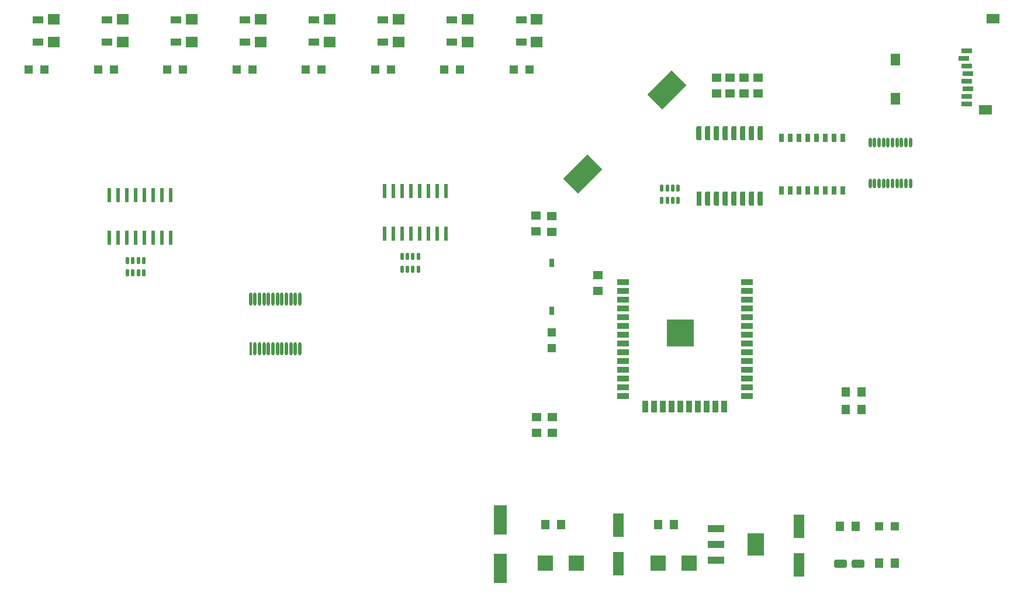
<source format=gtp>
G04 Layer_Color=8421504*
%FSTAX24Y24*%
%MOIN*%
G70*
G01*
G75*
%ADD10R,0.0591X0.0315*%
%ADD11R,0.0748X0.0551*%
%ADD12R,0.0551X0.0709*%
%ADD13R,0.0236X0.0787*%
%ADD14R,0.0550X0.0500*%
%ADD15R,0.0500X0.0500*%
%ADD16R,0.0500X0.0500*%
%ADD17R,0.0630X0.1378*%
%ADD18R,0.0500X0.0550*%
%ADD19R,0.0906X0.0906*%
G04:AMPARAMS|DCode=20|XSize=37.4mil|YSize=19.7mil|CornerRadius=2.5mil|HoleSize=0mil|Usage=FLASHONLY|Rotation=90.000|XOffset=0mil|YOffset=0mil|HoleType=Round|Shape=RoundedRectangle|*
%AMROUNDEDRECTD20*
21,1,0.0374,0.0148,0,0,90.0*
21,1,0.0325,0.0197,0,0,90.0*
1,1,0.0049,0.0074,0.0162*
1,1,0.0049,0.0074,-0.0162*
1,1,0.0049,-0.0074,-0.0162*
1,1,0.0049,-0.0074,0.0162*
%
%ADD20ROUNDEDRECTD20*%
%ADD21R,0.0600X0.0394*%
%ADD22R,0.0600X0.0394*%
%ADD23R,0.0650X0.0600*%
G04:AMPARAMS|DCode=24|XSize=118.1mil|YSize=196.9mil|CornerRadius=0mil|HoleSize=0mil|Usage=FLASHONLY|Rotation=315.000|XOffset=0mil|YOffset=0mil|HoleType=Round|Shape=Rectangle|*
%AMROTATEDRECTD24*
4,1,4,-0.1114,-0.0278,0.0278,0.1114,0.1114,0.0278,-0.0278,-0.1114,-0.1114,-0.0278,0.0*
%
%ADD24ROTATEDRECTD24*%

%ADD25R,0.0748X0.1654*%
G04:AMPARAMS|DCode=26|XSize=70.9mil|YSize=47.2mil|CornerRadius=5.9mil|HoleSize=0mil|Usage=FLASHONLY|Rotation=0.000|XOffset=0mil|YOffset=0mil|HoleType=Round|Shape=RoundedRectangle|*
%AMROUNDEDRECTD26*
21,1,0.0709,0.0354,0,0,0.0*
21,1,0.0591,0.0472,0,0,0.0*
1,1,0.0118,0.0295,-0.0177*
1,1,0.0118,-0.0295,-0.0177*
1,1,0.0118,-0.0295,0.0177*
1,1,0.0118,0.0295,0.0177*
%
%ADD26ROUNDEDRECTD26*%
%ADD27R,0.1580X0.1580*%
G04:AMPARAMS|DCode=28|XSize=67mil|YSize=36mil|CornerRadius=4mil|HoleSize=0mil|Usage=FLASHONLY|Rotation=0.000|XOffset=0mil|YOffset=0mil|HoleType=Round|Shape=RoundedRectangle|*
%AMROUNDEDRECTD28*
21,1,0.0670,0.0281,0,0,0.0*
21,1,0.0591,0.0360,0,0,0.0*
1,1,0.0079,0.0295,-0.0140*
1,1,0.0079,-0.0295,-0.0140*
1,1,0.0079,-0.0295,0.0140*
1,1,0.0079,0.0295,0.0140*
%
%ADD28ROUNDEDRECTD28*%
G04:AMPARAMS|DCode=29|XSize=67mil|YSize=36mil|CornerRadius=4mil|HoleSize=0mil|Usage=FLASHONLY|Rotation=90.000|XOffset=0mil|YOffset=0mil|HoleType=Round|Shape=RoundedRectangle|*
%AMROUNDEDRECTD29*
21,1,0.0670,0.0281,0,0,90.0*
21,1,0.0591,0.0360,0,0,90.0*
1,1,0.0079,0.0140,0.0295*
1,1,0.0079,0.0140,-0.0295*
1,1,0.0079,-0.0140,-0.0295*
1,1,0.0079,-0.0140,0.0295*
%
%ADD29ROUNDEDRECTD29*%
%ADD30R,0.0945X0.0394*%
%ADD31R,0.0945X0.1299*%
%ADD32R,0.0315X0.0472*%
G04:AMPARAMS|DCode=33|XSize=30mil|YSize=80mil|CornerRadius=7.5mil|HoleSize=0mil|Usage=FLASHONLY|Rotation=180.000|XOffset=0mil|YOffset=0mil|HoleType=Round|Shape=RoundedRectangle|*
%AMROUNDEDRECTD33*
21,1,0.0300,0.0650,0,0,180.0*
21,1,0.0150,0.0800,0,0,180.0*
1,1,0.0150,-0.0075,0.0325*
1,1,0.0150,0.0075,0.0325*
1,1,0.0150,0.0075,-0.0325*
1,1,0.0150,-0.0075,-0.0325*
%
%ADD33ROUNDEDRECTD33*%
%ADD34R,0.0300X0.0800*%
%ADD35R,0.0299X0.0500*%
%ADD36O,0.0177X0.0551*%
%ADD37O,0.0180X0.0770*%
%ADD38R,0.0180X0.0770*%
D10*
X25407Y178944D02*
D03*
X253912Y178511D02*
D03*
X25407Y178078D02*
D03*
X254148Y177645D02*
D03*
X25407Y177212D02*
D03*
X254148Y176779D02*
D03*
X25407Y176345D02*
D03*
Y175912D02*
D03*
D11*
X255585Y180779D02*
D03*
X255133Y175601D02*
D03*
D12*
X250015Y178471D02*
D03*
Y176231D02*
D03*
D13*
X20517Y16829D02*
D03*
X20567D02*
D03*
X20617D02*
D03*
X20667D02*
D03*
X20717D02*
D03*
X20767D02*
D03*
X20817D02*
D03*
X20867D02*
D03*
X20517Y17073D02*
D03*
X20567D02*
D03*
X20617D02*
D03*
X20667D02*
D03*
X20717D02*
D03*
X20767D02*
D03*
X20817D02*
D03*
X20867D02*
D03*
X22086Y16851D02*
D03*
X22136D02*
D03*
X22186D02*
D03*
X22236D02*
D03*
X22286D02*
D03*
X22336D02*
D03*
X22386D02*
D03*
X22436D02*
D03*
X22086Y17095D02*
D03*
X22136D02*
D03*
X22186D02*
D03*
X22236D02*
D03*
X22286D02*
D03*
X22336D02*
D03*
X22386D02*
D03*
X22436D02*
D03*
D14*
X23044Y15805D02*
D03*
Y15715D02*
D03*
X23042Y16954D02*
D03*
Y16864D02*
D03*
X24138Y17653D02*
D03*
Y17743D02*
D03*
X24058Y17744D02*
D03*
Y17654D02*
D03*
X24217Y17653D02*
D03*
Y17743D02*
D03*
X23979Y17744D02*
D03*
Y17654D02*
D03*
X2295Y16956D02*
D03*
Y16866D02*
D03*
X23304Y16527D02*
D03*
Y16617D02*
D03*
X22955Y15715D02*
D03*
Y15805D02*
D03*
D15*
X2304Y16198D02*
D03*
Y16288D02*
D03*
D16*
X24907Y15183D02*
D03*
X24997Y15183D02*
D03*
X225189Y17789D02*
D03*
X224289D02*
D03*
X221237D02*
D03*
X220337D02*
D03*
X217286D02*
D03*
X216386D02*
D03*
X213334D02*
D03*
X212434D02*
D03*
X209383D02*
D03*
X208483D02*
D03*
X205431D02*
D03*
X204531D02*
D03*
X20148D02*
D03*
X20058D02*
D03*
X22914D02*
D03*
X22824D02*
D03*
D17*
X23421Y151882D02*
D03*
Y149678D02*
D03*
X24449Y151842D02*
D03*
Y149638D02*
D03*
D18*
X23737Y15191D02*
D03*
X23647D02*
D03*
X23003Y15194D02*
D03*
X23093D02*
D03*
X24685Y15184D02*
D03*
X24775Y15184D02*
D03*
X24807Y1585D02*
D03*
X24717D02*
D03*
X24807Y15948D02*
D03*
X24717D02*
D03*
X24906Y14971D02*
D03*
X24996D02*
D03*
D19*
X236464Y14974D02*
D03*
X238236D02*
D03*
X230044Y14974D02*
D03*
X231816D02*
D03*
D20*
X206198Y166286D02*
D03*
X206513D02*
D03*
X206827D02*
D03*
X207142D02*
D03*
Y166994D02*
D03*
X206827D02*
D03*
X206513D02*
D03*
X206198D02*
D03*
X221858Y166506D02*
D03*
X222173D02*
D03*
X222487D02*
D03*
X222802D02*
D03*
Y167214D02*
D03*
X222487D02*
D03*
X222173D02*
D03*
X221858D02*
D03*
X237622Y171124D02*
D03*
X237307Y171124D02*
D03*
X236993D02*
D03*
X236678D02*
D03*
Y170416D02*
D03*
X236993D02*
D03*
X237307D02*
D03*
X237622D02*
D03*
D21*
X224721Y18072D02*
D03*
X220783D02*
D03*
X216844D02*
D03*
X212906D02*
D03*
X208967D02*
D03*
X205029D02*
D03*
X20109D02*
D03*
X22866D02*
D03*
D22*
X224721Y17946D02*
D03*
X220783D02*
D03*
X216844D02*
D03*
X212906D02*
D03*
X208967D02*
D03*
X205029D02*
D03*
X20109D02*
D03*
X22866D02*
D03*
D23*
X225609Y17947D02*
D03*
Y18077D02*
D03*
X221677Y17947D02*
D03*
Y18077D02*
D03*
X217746Y17947D02*
D03*
Y18077D02*
D03*
X213814Y17947D02*
D03*
Y18077D02*
D03*
X209883Y17947D02*
D03*
Y18077D02*
D03*
X205951Y17947D02*
D03*
Y18077D02*
D03*
X20202Y17947D02*
D03*
Y18077D02*
D03*
X22954Y17947D02*
D03*
Y18077D02*
D03*
D24*
X236958Y176722D02*
D03*
X23217Y171934D02*
D03*
D25*
X22747Y149432D02*
D03*
X22747Y152188D02*
D03*
D26*
X247882Y14969D02*
D03*
X246858D02*
D03*
D27*
X237724Y16285D02*
D03*
D28*
X234457Y16576D02*
D03*
X234457Y16526D02*
D03*
Y16476D02*
D03*
Y16426D02*
D03*
Y16376D02*
D03*
X234457Y16326D02*
D03*
X234457Y16276D02*
D03*
Y16226D02*
D03*
X234457Y16176D02*
D03*
X234457Y16126D02*
D03*
Y16076D02*
D03*
Y16026D02*
D03*
Y15976D02*
D03*
X234457Y15926D02*
D03*
X24155D02*
D03*
Y15976D02*
D03*
Y16026D02*
D03*
Y16076D02*
D03*
X24155Y16126D02*
D03*
X24155Y16176D02*
D03*
Y16226D02*
D03*
Y16276D02*
D03*
Y16326D02*
D03*
X24155Y16376D02*
D03*
X24155Y16426D02*
D03*
Y16476D02*
D03*
Y16526D02*
D03*
Y16576D02*
D03*
D29*
X23575Y158669D02*
D03*
X23625D02*
D03*
X23675D02*
D03*
X23725D02*
D03*
X23775D02*
D03*
X23825D02*
D03*
X23875D02*
D03*
X23925D02*
D03*
X23975D02*
D03*
X24025D02*
D03*
D30*
X239758Y151696D02*
D03*
X239758Y15079D02*
D03*
Y149884D02*
D03*
D31*
X242042Y15079D02*
D03*
D32*
X23039Y164112D02*
D03*
Y166868D02*
D03*
D33*
X24232Y17425D02*
D03*
X24182D02*
D03*
X24132D02*
D03*
X24082D02*
D03*
X24032Y17425D02*
D03*
X23982Y17425D02*
D03*
X23932D02*
D03*
X23882D02*
D03*
X24232Y17053D02*
D03*
X24182D02*
D03*
X24132D02*
D03*
X24082D02*
D03*
X24032Y17053D02*
D03*
X23982Y17053D02*
D03*
X23932D02*
D03*
D34*
X23882D02*
D03*
D35*
X24499Y17398D02*
D03*
X24549D02*
D03*
X24599D02*
D03*
X24649D02*
D03*
X24699D02*
D03*
X24449D02*
D03*
X24349D02*
D03*
X24399D02*
D03*
X24499Y17098D02*
D03*
X24449D02*
D03*
X24349D02*
D03*
X24399D02*
D03*
X24549D02*
D03*
X24599D02*
D03*
X24649D02*
D03*
X24699D02*
D03*
D36*
X248558Y171389D02*
D03*
X248814D02*
D03*
X24907D02*
D03*
X249326D02*
D03*
X249582D02*
D03*
X249838D02*
D03*
X250094D02*
D03*
X25035D02*
D03*
X250606D02*
D03*
X250862D02*
D03*
X248558Y173711D02*
D03*
X248814D02*
D03*
X24907D02*
D03*
X249326D02*
D03*
X249582D02*
D03*
X249838D02*
D03*
X250094D02*
D03*
X25035D02*
D03*
X250606D02*
D03*
X250862D02*
D03*
D37*
X216037Y164797D02*
D03*
X215782Y164797D02*
D03*
X215526Y164797D02*
D03*
X21527Y164797D02*
D03*
X215014Y164797D02*
D03*
X214758D02*
D03*
X214502D02*
D03*
X214246D02*
D03*
X21399D02*
D03*
X213734D02*
D03*
X213478D02*
D03*
X213223D02*
D03*
X216037Y161963D02*
D03*
X215782D02*
D03*
X215526D02*
D03*
X21527D02*
D03*
X215014D02*
D03*
X214758D02*
D03*
X214502D02*
D03*
X214246D02*
D03*
X21399D02*
D03*
X213734D02*
D03*
X213478D02*
D03*
D38*
X213223D02*
D03*
M02*

</source>
